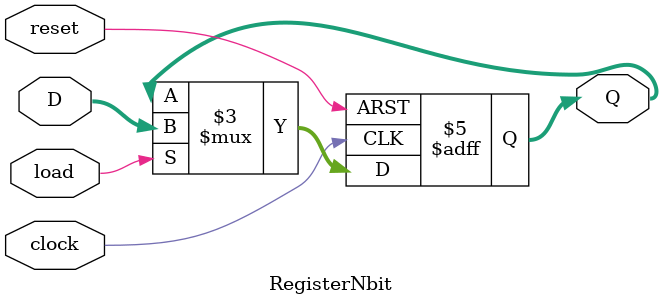
<source format=v>
module RegisterNbit(Q, D, load, reset, clock);
			parameter N = 64;
			
			input load; //positive logic
			input reset; //asynchronous positive logic
			input clock;//positive edge
			input [N-1:0]D;//data input
			output reg [N-1:0]Q;
			
			always @(posedge clock or posedge reset) begin
						if (reset)
									Q <= 0;
						else if (load)
									Q <= D;
						else		
									Q <= Q;
			end
endmodule 
</source>
